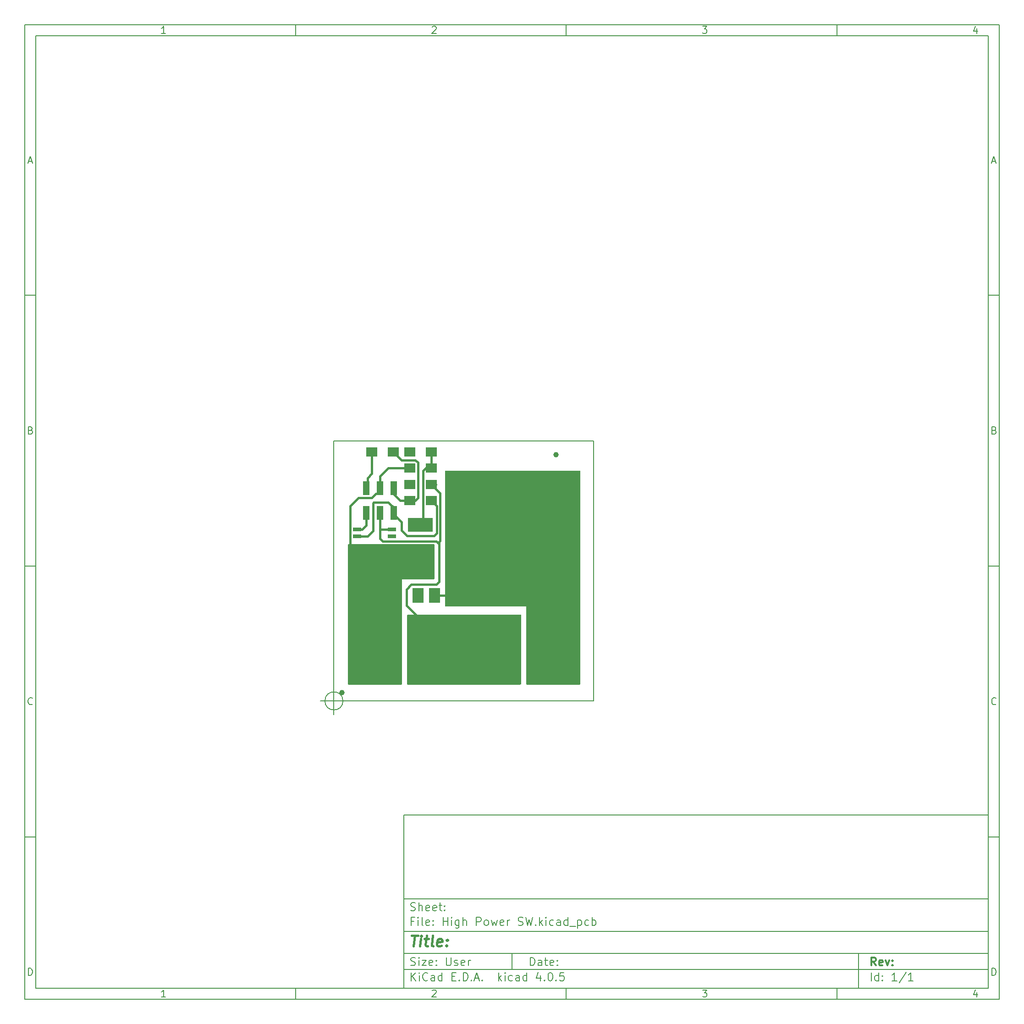
<source format=gbr>
G04 #@! TF.FileFunction,Copper,L1,Top,Signal*
%FSLAX46Y46*%
G04 Gerber Fmt 4.6, Leading zero omitted, Abs format (unit mm)*
G04 Created by KiCad (PCBNEW 4.0.5) date 01/31/17 22:49:22*
%MOMM*%
%LPD*%
G01*
G04 APERTURE LIST*
%ADD10C,0.100000*%
%ADD11C,0.150000*%
%ADD12C,0.300000*%
%ADD13C,0.400000*%
%ADD14R,1.000000X1.000000*%
%ADD15R,9.400000X10.800000*%
%ADD16R,4.600000X2.500000*%
%ADD17R,2.000000X1.700000*%
%ADD18R,5.000000X5.000000*%
%ADD19R,5.000000X4.000000*%
%ADD20C,1.000000*%
%ADD21R,1.500000X0.750000*%
%ADD22R,1.270000X2.540000*%
%ADD23R,2.000000X2.700000*%
%ADD24C,0.600000*%
%ADD25C,0.254000*%
G04 APERTURE END LIST*
D10*
D11*
X79999600Y-155999600D02*
X79999600Y-187999600D01*
X187999600Y-187999600D01*
X187999600Y-155999600D01*
X79999600Y-155999600D01*
D10*
D11*
X10000000Y-10000000D02*
X10000000Y-189999600D01*
X189999600Y-189999600D01*
X189999600Y-10000000D01*
X10000000Y-10000000D01*
D10*
D11*
X12000000Y-12000000D02*
X12000000Y-187999600D01*
X187999600Y-187999600D01*
X187999600Y-12000000D01*
X12000000Y-12000000D01*
D10*
D11*
X60000000Y-12000000D02*
X60000000Y-10000000D01*
D10*
D11*
X110000000Y-12000000D02*
X110000000Y-10000000D01*
D10*
D11*
X160000000Y-12000000D02*
X160000000Y-10000000D01*
D10*
D11*
X35990476Y-11588095D02*
X35247619Y-11588095D01*
X35619048Y-11588095D02*
X35619048Y-10288095D01*
X35495238Y-10473810D01*
X35371429Y-10597619D01*
X35247619Y-10659524D01*
D10*
D11*
X85247619Y-10411905D02*
X85309524Y-10350000D01*
X85433333Y-10288095D01*
X85742857Y-10288095D01*
X85866667Y-10350000D01*
X85928571Y-10411905D01*
X85990476Y-10535714D01*
X85990476Y-10659524D01*
X85928571Y-10845238D01*
X85185714Y-11588095D01*
X85990476Y-11588095D01*
D10*
D11*
X135185714Y-10288095D02*
X135990476Y-10288095D01*
X135557143Y-10783333D01*
X135742857Y-10783333D01*
X135866667Y-10845238D01*
X135928571Y-10907143D01*
X135990476Y-11030952D01*
X135990476Y-11340476D01*
X135928571Y-11464286D01*
X135866667Y-11526190D01*
X135742857Y-11588095D01*
X135371429Y-11588095D01*
X135247619Y-11526190D01*
X135185714Y-11464286D01*
D10*
D11*
X185866667Y-10721429D02*
X185866667Y-11588095D01*
X185557143Y-10226190D02*
X185247619Y-11154762D01*
X186052381Y-11154762D01*
D10*
D11*
X60000000Y-187999600D02*
X60000000Y-189999600D01*
D10*
D11*
X110000000Y-187999600D02*
X110000000Y-189999600D01*
D10*
D11*
X160000000Y-187999600D02*
X160000000Y-189999600D01*
D10*
D11*
X35990476Y-189587695D02*
X35247619Y-189587695D01*
X35619048Y-189587695D02*
X35619048Y-188287695D01*
X35495238Y-188473410D01*
X35371429Y-188597219D01*
X35247619Y-188659124D01*
D10*
D11*
X85247619Y-188411505D02*
X85309524Y-188349600D01*
X85433333Y-188287695D01*
X85742857Y-188287695D01*
X85866667Y-188349600D01*
X85928571Y-188411505D01*
X85990476Y-188535314D01*
X85990476Y-188659124D01*
X85928571Y-188844838D01*
X85185714Y-189587695D01*
X85990476Y-189587695D01*
D10*
D11*
X135185714Y-188287695D02*
X135990476Y-188287695D01*
X135557143Y-188782933D01*
X135742857Y-188782933D01*
X135866667Y-188844838D01*
X135928571Y-188906743D01*
X135990476Y-189030552D01*
X135990476Y-189340076D01*
X135928571Y-189463886D01*
X135866667Y-189525790D01*
X135742857Y-189587695D01*
X135371429Y-189587695D01*
X135247619Y-189525790D01*
X135185714Y-189463886D01*
D10*
D11*
X185866667Y-188721029D02*
X185866667Y-189587695D01*
X185557143Y-188225790D02*
X185247619Y-189154362D01*
X186052381Y-189154362D01*
D10*
D11*
X10000000Y-60000000D02*
X12000000Y-60000000D01*
D10*
D11*
X10000000Y-110000000D02*
X12000000Y-110000000D01*
D10*
D11*
X10000000Y-160000000D02*
X12000000Y-160000000D01*
D10*
D11*
X10690476Y-35216667D02*
X11309524Y-35216667D01*
X10566667Y-35588095D02*
X11000000Y-34288095D01*
X11433333Y-35588095D01*
D10*
D11*
X11092857Y-84907143D02*
X11278571Y-84969048D01*
X11340476Y-85030952D01*
X11402381Y-85154762D01*
X11402381Y-85340476D01*
X11340476Y-85464286D01*
X11278571Y-85526190D01*
X11154762Y-85588095D01*
X10659524Y-85588095D01*
X10659524Y-84288095D01*
X11092857Y-84288095D01*
X11216667Y-84350000D01*
X11278571Y-84411905D01*
X11340476Y-84535714D01*
X11340476Y-84659524D01*
X11278571Y-84783333D01*
X11216667Y-84845238D01*
X11092857Y-84907143D01*
X10659524Y-84907143D01*
D10*
D11*
X11402381Y-135464286D02*
X11340476Y-135526190D01*
X11154762Y-135588095D01*
X11030952Y-135588095D01*
X10845238Y-135526190D01*
X10721429Y-135402381D01*
X10659524Y-135278571D01*
X10597619Y-135030952D01*
X10597619Y-134845238D01*
X10659524Y-134597619D01*
X10721429Y-134473810D01*
X10845238Y-134350000D01*
X11030952Y-134288095D01*
X11154762Y-134288095D01*
X11340476Y-134350000D01*
X11402381Y-134411905D01*
D10*
D11*
X10659524Y-185588095D02*
X10659524Y-184288095D01*
X10969048Y-184288095D01*
X11154762Y-184350000D01*
X11278571Y-184473810D01*
X11340476Y-184597619D01*
X11402381Y-184845238D01*
X11402381Y-185030952D01*
X11340476Y-185278571D01*
X11278571Y-185402381D01*
X11154762Y-185526190D01*
X10969048Y-185588095D01*
X10659524Y-185588095D01*
D10*
D11*
X189999600Y-60000000D02*
X187999600Y-60000000D01*
D10*
D11*
X189999600Y-110000000D02*
X187999600Y-110000000D01*
D10*
D11*
X189999600Y-160000000D02*
X187999600Y-160000000D01*
D10*
D11*
X188690076Y-35216667D02*
X189309124Y-35216667D01*
X188566267Y-35588095D02*
X188999600Y-34288095D01*
X189432933Y-35588095D01*
D10*
D11*
X189092457Y-84907143D02*
X189278171Y-84969048D01*
X189340076Y-85030952D01*
X189401981Y-85154762D01*
X189401981Y-85340476D01*
X189340076Y-85464286D01*
X189278171Y-85526190D01*
X189154362Y-85588095D01*
X188659124Y-85588095D01*
X188659124Y-84288095D01*
X189092457Y-84288095D01*
X189216267Y-84350000D01*
X189278171Y-84411905D01*
X189340076Y-84535714D01*
X189340076Y-84659524D01*
X189278171Y-84783333D01*
X189216267Y-84845238D01*
X189092457Y-84907143D01*
X188659124Y-84907143D01*
D10*
D11*
X189401981Y-135464286D02*
X189340076Y-135526190D01*
X189154362Y-135588095D01*
X189030552Y-135588095D01*
X188844838Y-135526190D01*
X188721029Y-135402381D01*
X188659124Y-135278571D01*
X188597219Y-135030952D01*
X188597219Y-134845238D01*
X188659124Y-134597619D01*
X188721029Y-134473810D01*
X188844838Y-134350000D01*
X189030552Y-134288095D01*
X189154362Y-134288095D01*
X189340076Y-134350000D01*
X189401981Y-134411905D01*
D10*
D11*
X188659124Y-185588095D02*
X188659124Y-184288095D01*
X188968648Y-184288095D01*
X189154362Y-184350000D01*
X189278171Y-184473810D01*
X189340076Y-184597619D01*
X189401981Y-184845238D01*
X189401981Y-185030952D01*
X189340076Y-185278571D01*
X189278171Y-185402381D01*
X189154362Y-185526190D01*
X188968648Y-185588095D01*
X188659124Y-185588095D01*
D10*
D11*
X103356743Y-183778171D02*
X103356743Y-182278171D01*
X103713886Y-182278171D01*
X103928171Y-182349600D01*
X104071029Y-182492457D01*
X104142457Y-182635314D01*
X104213886Y-182921029D01*
X104213886Y-183135314D01*
X104142457Y-183421029D01*
X104071029Y-183563886D01*
X103928171Y-183706743D01*
X103713886Y-183778171D01*
X103356743Y-183778171D01*
X105499600Y-183778171D02*
X105499600Y-182992457D01*
X105428171Y-182849600D01*
X105285314Y-182778171D01*
X104999600Y-182778171D01*
X104856743Y-182849600D01*
X105499600Y-183706743D02*
X105356743Y-183778171D01*
X104999600Y-183778171D01*
X104856743Y-183706743D01*
X104785314Y-183563886D01*
X104785314Y-183421029D01*
X104856743Y-183278171D01*
X104999600Y-183206743D01*
X105356743Y-183206743D01*
X105499600Y-183135314D01*
X105999600Y-182778171D02*
X106571029Y-182778171D01*
X106213886Y-182278171D02*
X106213886Y-183563886D01*
X106285314Y-183706743D01*
X106428172Y-183778171D01*
X106571029Y-183778171D01*
X107642457Y-183706743D02*
X107499600Y-183778171D01*
X107213886Y-183778171D01*
X107071029Y-183706743D01*
X106999600Y-183563886D01*
X106999600Y-182992457D01*
X107071029Y-182849600D01*
X107213886Y-182778171D01*
X107499600Y-182778171D01*
X107642457Y-182849600D01*
X107713886Y-182992457D01*
X107713886Y-183135314D01*
X106999600Y-183278171D01*
X108356743Y-183635314D02*
X108428171Y-183706743D01*
X108356743Y-183778171D01*
X108285314Y-183706743D01*
X108356743Y-183635314D01*
X108356743Y-183778171D01*
X108356743Y-182849600D02*
X108428171Y-182921029D01*
X108356743Y-182992457D01*
X108285314Y-182921029D01*
X108356743Y-182849600D01*
X108356743Y-182992457D01*
D10*
D11*
X79999600Y-184499600D02*
X187999600Y-184499600D01*
D10*
D11*
X81356743Y-186578171D02*
X81356743Y-185078171D01*
X82213886Y-186578171D02*
X81571029Y-185721029D01*
X82213886Y-185078171D02*
X81356743Y-185935314D01*
X82856743Y-186578171D02*
X82856743Y-185578171D01*
X82856743Y-185078171D02*
X82785314Y-185149600D01*
X82856743Y-185221029D01*
X82928171Y-185149600D01*
X82856743Y-185078171D01*
X82856743Y-185221029D01*
X84428172Y-186435314D02*
X84356743Y-186506743D01*
X84142457Y-186578171D01*
X83999600Y-186578171D01*
X83785315Y-186506743D01*
X83642457Y-186363886D01*
X83571029Y-186221029D01*
X83499600Y-185935314D01*
X83499600Y-185721029D01*
X83571029Y-185435314D01*
X83642457Y-185292457D01*
X83785315Y-185149600D01*
X83999600Y-185078171D01*
X84142457Y-185078171D01*
X84356743Y-185149600D01*
X84428172Y-185221029D01*
X85713886Y-186578171D02*
X85713886Y-185792457D01*
X85642457Y-185649600D01*
X85499600Y-185578171D01*
X85213886Y-185578171D01*
X85071029Y-185649600D01*
X85713886Y-186506743D02*
X85571029Y-186578171D01*
X85213886Y-186578171D01*
X85071029Y-186506743D01*
X84999600Y-186363886D01*
X84999600Y-186221029D01*
X85071029Y-186078171D01*
X85213886Y-186006743D01*
X85571029Y-186006743D01*
X85713886Y-185935314D01*
X87071029Y-186578171D02*
X87071029Y-185078171D01*
X87071029Y-186506743D02*
X86928172Y-186578171D01*
X86642458Y-186578171D01*
X86499600Y-186506743D01*
X86428172Y-186435314D01*
X86356743Y-186292457D01*
X86356743Y-185863886D01*
X86428172Y-185721029D01*
X86499600Y-185649600D01*
X86642458Y-185578171D01*
X86928172Y-185578171D01*
X87071029Y-185649600D01*
X88928172Y-185792457D02*
X89428172Y-185792457D01*
X89642458Y-186578171D02*
X88928172Y-186578171D01*
X88928172Y-185078171D01*
X89642458Y-185078171D01*
X90285315Y-186435314D02*
X90356743Y-186506743D01*
X90285315Y-186578171D01*
X90213886Y-186506743D01*
X90285315Y-186435314D01*
X90285315Y-186578171D01*
X90999601Y-186578171D02*
X90999601Y-185078171D01*
X91356744Y-185078171D01*
X91571029Y-185149600D01*
X91713887Y-185292457D01*
X91785315Y-185435314D01*
X91856744Y-185721029D01*
X91856744Y-185935314D01*
X91785315Y-186221029D01*
X91713887Y-186363886D01*
X91571029Y-186506743D01*
X91356744Y-186578171D01*
X90999601Y-186578171D01*
X92499601Y-186435314D02*
X92571029Y-186506743D01*
X92499601Y-186578171D01*
X92428172Y-186506743D01*
X92499601Y-186435314D01*
X92499601Y-186578171D01*
X93142458Y-186149600D02*
X93856744Y-186149600D01*
X92999601Y-186578171D02*
X93499601Y-185078171D01*
X93999601Y-186578171D01*
X94499601Y-186435314D02*
X94571029Y-186506743D01*
X94499601Y-186578171D01*
X94428172Y-186506743D01*
X94499601Y-186435314D01*
X94499601Y-186578171D01*
X97499601Y-186578171D02*
X97499601Y-185078171D01*
X97642458Y-186006743D02*
X98071029Y-186578171D01*
X98071029Y-185578171D02*
X97499601Y-186149600D01*
X98713887Y-186578171D02*
X98713887Y-185578171D01*
X98713887Y-185078171D02*
X98642458Y-185149600D01*
X98713887Y-185221029D01*
X98785315Y-185149600D01*
X98713887Y-185078171D01*
X98713887Y-185221029D01*
X100071030Y-186506743D02*
X99928173Y-186578171D01*
X99642459Y-186578171D01*
X99499601Y-186506743D01*
X99428173Y-186435314D01*
X99356744Y-186292457D01*
X99356744Y-185863886D01*
X99428173Y-185721029D01*
X99499601Y-185649600D01*
X99642459Y-185578171D01*
X99928173Y-185578171D01*
X100071030Y-185649600D01*
X101356744Y-186578171D02*
X101356744Y-185792457D01*
X101285315Y-185649600D01*
X101142458Y-185578171D01*
X100856744Y-185578171D01*
X100713887Y-185649600D01*
X101356744Y-186506743D02*
X101213887Y-186578171D01*
X100856744Y-186578171D01*
X100713887Y-186506743D01*
X100642458Y-186363886D01*
X100642458Y-186221029D01*
X100713887Y-186078171D01*
X100856744Y-186006743D01*
X101213887Y-186006743D01*
X101356744Y-185935314D01*
X102713887Y-186578171D02*
X102713887Y-185078171D01*
X102713887Y-186506743D02*
X102571030Y-186578171D01*
X102285316Y-186578171D01*
X102142458Y-186506743D01*
X102071030Y-186435314D01*
X101999601Y-186292457D01*
X101999601Y-185863886D01*
X102071030Y-185721029D01*
X102142458Y-185649600D01*
X102285316Y-185578171D01*
X102571030Y-185578171D01*
X102713887Y-185649600D01*
X105213887Y-185578171D02*
X105213887Y-186578171D01*
X104856744Y-185006743D02*
X104499601Y-186078171D01*
X105428173Y-186078171D01*
X105999601Y-186435314D02*
X106071029Y-186506743D01*
X105999601Y-186578171D01*
X105928172Y-186506743D01*
X105999601Y-186435314D01*
X105999601Y-186578171D01*
X106999601Y-185078171D02*
X107142458Y-185078171D01*
X107285315Y-185149600D01*
X107356744Y-185221029D01*
X107428173Y-185363886D01*
X107499601Y-185649600D01*
X107499601Y-186006743D01*
X107428173Y-186292457D01*
X107356744Y-186435314D01*
X107285315Y-186506743D01*
X107142458Y-186578171D01*
X106999601Y-186578171D01*
X106856744Y-186506743D01*
X106785315Y-186435314D01*
X106713887Y-186292457D01*
X106642458Y-186006743D01*
X106642458Y-185649600D01*
X106713887Y-185363886D01*
X106785315Y-185221029D01*
X106856744Y-185149600D01*
X106999601Y-185078171D01*
X108142458Y-186435314D02*
X108213886Y-186506743D01*
X108142458Y-186578171D01*
X108071029Y-186506743D01*
X108142458Y-186435314D01*
X108142458Y-186578171D01*
X109571030Y-185078171D02*
X108856744Y-185078171D01*
X108785315Y-185792457D01*
X108856744Y-185721029D01*
X108999601Y-185649600D01*
X109356744Y-185649600D01*
X109499601Y-185721029D01*
X109571030Y-185792457D01*
X109642458Y-185935314D01*
X109642458Y-186292457D01*
X109571030Y-186435314D01*
X109499601Y-186506743D01*
X109356744Y-186578171D01*
X108999601Y-186578171D01*
X108856744Y-186506743D01*
X108785315Y-186435314D01*
D10*
D11*
X79999600Y-181499600D02*
X187999600Y-181499600D01*
D10*
D12*
X167213886Y-183778171D02*
X166713886Y-183063886D01*
X166356743Y-183778171D02*
X166356743Y-182278171D01*
X166928171Y-182278171D01*
X167071029Y-182349600D01*
X167142457Y-182421029D01*
X167213886Y-182563886D01*
X167213886Y-182778171D01*
X167142457Y-182921029D01*
X167071029Y-182992457D01*
X166928171Y-183063886D01*
X166356743Y-183063886D01*
X168428171Y-183706743D02*
X168285314Y-183778171D01*
X167999600Y-183778171D01*
X167856743Y-183706743D01*
X167785314Y-183563886D01*
X167785314Y-182992457D01*
X167856743Y-182849600D01*
X167999600Y-182778171D01*
X168285314Y-182778171D01*
X168428171Y-182849600D01*
X168499600Y-182992457D01*
X168499600Y-183135314D01*
X167785314Y-183278171D01*
X168999600Y-182778171D02*
X169356743Y-183778171D01*
X169713885Y-182778171D01*
X170285314Y-183635314D02*
X170356742Y-183706743D01*
X170285314Y-183778171D01*
X170213885Y-183706743D01*
X170285314Y-183635314D01*
X170285314Y-183778171D01*
X170285314Y-182849600D02*
X170356742Y-182921029D01*
X170285314Y-182992457D01*
X170213885Y-182921029D01*
X170285314Y-182849600D01*
X170285314Y-182992457D01*
D10*
D11*
X81285314Y-183706743D02*
X81499600Y-183778171D01*
X81856743Y-183778171D01*
X81999600Y-183706743D01*
X82071029Y-183635314D01*
X82142457Y-183492457D01*
X82142457Y-183349600D01*
X82071029Y-183206743D01*
X81999600Y-183135314D01*
X81856743Y-183063886D01*
X81571029Y-182992457D01*
X81428171Y-182921029D01*
X81356743Y-182849600D01*
X81285314Y-182706743D01*
X81285314Y-182563886D01*
X81356743Y-182421029D01*
X81428171Y-182349600D01*
X81571029Y-182278171D01*
X81928171Y-182278171D01*
X82142457Y-182349600D01*
X82785314Y-183778171D02*
X82785314Y-182778171D01*
X82785314Y-182278171D02*
X82713885Y-182349600D01*
X82785314Y-182421029D01*
X82856742Y-182349600D01*
X82785314Y-182278171D01*
X82785314Y-182421029D01*
X83356743Y-182778171D02*
X84142457Y-182778171D01*
X83356743Y-183778171D01*
X84142457Y-183778171D01*
X85285314Y-183706743D02*
X85142457Y-183778171D01*
X84856743Y-183778171D01*
X84713886Y-183706743D01*
X84642457Y-183563886D01*
X84642457Y-182992457D01*
X84713886Y-182849600D01*
X84856743Y-182778171D01*
X85142457Y-182778171D01*
X85285314Y-182849600D01*
X85356743Y-182992457D01*
X85356743Y-183135314D01*
X84642457Y-183278171D01*
X85999600Y-183635314D02*
X86071028Y-183706743D01*
X85999600Y-183778171D01*
X85928171Y-183706743D01*
X85999600Y-183635314D01*
X85999600Y-183778171D01*
X85999600Y-182849600D02*
X86071028Y-182921029D01*
X85999600Y-182992457D01*
X85928171Y-182921029D01*
X85999600Y-182849600D01*
X85999600Y-182992457D01*
X87856743Y-182278171D02*
X87856743Y-183492457D01*
X87928171Y-183635314D01*
X87999600Y-183706743D01*
X88142457Y-183778171D01*
X88428171Y-183778171D01*
X88571029Y-183706743D01*
X88642457Y-183635314D01*
X88713886Y-183492457D01*
X88713886Y-182278171D01*
X89356743Y-183706743D02*
X89499600Y-183778171D01*
X89785315Y-183778171D01*
X89928172Y-183706743D01*
X89999600Y-183563886D01*
X89999600Y-183492457D01*
X89928172Y-183349600D01*
X89785315Y-183278171D01*
X89571029Y-183278171D01*
X89428172Y-183206743D01*
X89356743Y-183063886D01*
X89356743Y-182992457D01*
X89428172Y-182849600D01*
X89571029Y-182778171D01*
X89785315Y-182778171D01*
X89928172Y-182849600D01*
X91213886Y-183706743D02*
X91071029Y-183778171D01*
X90785315Y-183778171D01*
X90642458Y-183706743D01*
X90571029Y-183563886D01*
X90571029Y-182992457D01*
X90642458Y-182849600D01*
X90785315Y-182778171D01*
X91071029Y-182778171D01*
X91213886Y-182849600D01*
X91285315Y-182992457D01*
X91285315Y-183135314D01*
X90571029Y-183278171D01*
X91928172Y-183778171D02*
X91928172Y-182778171D01*
X91928172Y-183063886D02*
X91999600Y-182921029D01*
X92071029Y-182849600D01*
X92213886Y-182778171D01*
X92356743Y-182778171D01*
D10*
D11*
X166356743Y-186578171D02*
X166356743Y-185078171D01*
X167713886Y-186578171D02*
X167713886Y-185078171D01*
X167713886Y-186506743D02*
X167571029Y-186578171D01*
X167285315Y-186578171D01*
X167142457Y-186506743D01*
X167071029Y-186435314D01*
X166999600Y-186292457D01*
X166999600Y-185863886D01*
X167071029Y-185721029D01*
X167142457Y-185649600D01*
X167285315Y-185578171D01*
X167571029Y-185578171D01*
X167713886Y-185649600D01*
X168428172Y-186435314D02*
X168499600Y-186506743D01*
X168428172Y-186578171D01*
X168356743Y-186506743D01*
X168428172Y-186435314D01*
X168428172Y-186578171D01*
X168428172Y-185649600D02*
X168499600Y-185721029D01*
X168428172Y-185792457D01*
X168356743Y-185721029D01*
X168428172Y-185649600D01*
X168428172Y-185792457D01*
X171071029Y-186578171D02*
X170213886Y-186578171D01*
X170642458Y-186578171D02*
X170642458Y-185078171D01*
X170499601Y-185292457D01*
X170356743Y-185435314D01*
X170213886Y-185506743D01*
X172785314Y-185006743D02*
X171499600Y-186935314D01*
X174071029Y-186578171D02*
X173213886Y-186578171D01*
X173642458Y-186578171D02*
X173642458Y-185078171D01*
X173499601Y-185292457D01*
X173356743Y-185435314D01*
X173213886Y-185506743D01*
D10*
D11*
X79999600Y-177499600D02*
X187999600Y-177499600D01*
D10*
D13*
X81451981Y-178204362D02*
X82594838Y-178204362D01*
X81773410Y-180204362D02*
X82023410Y-178204362D01*
X83011505Y-180204362D02*
X83178171Y-178871029D01*
X83261505Y-178204362D02*
X83154362Y-178299600D01*
X83237695Y-178394838D01*
X83344839Y-178299600D01*
X83261505Y-178204362D01*
X83237695Y-178394838D01*
X83844838Y-178871029D02*
X84606743Y-178871029D01*
X84213886Y-178204362D02*
X83999600Y-179918648D01*
X84071030Y-180109124D01*
X84249601Y-180204362D01*
X84440077Y-180204362D01*
X85392458Y-180204362D02*
X85213887Y-180109124D01*
X85142457Y-179918648D01*
X85356743Y-178204362D01*
X86928172Y-180109124D02*
X86725791Y-180204362D01*
X86344839Y-180204362D01*
X86166267Y-180109124D01*
X86094838Y-179918648D01*
X86190076Y-179156743D01*
X86309124Y-178966267D01*
X86511505Y-178871029D01*
X86892457Y-178871029D01*
X87071029Y-178966267D01*
X87142457Y-179156743D01*
X87118648Y-179347219D01*
X86142457Y-179537695D01*
X87892457Y-180013886D02*
X87975792Y-180109124D01*
X87868648Y-180204362D01*
X87785315Y-180109124D01*
X87892457Y-180013886D01*
X87868648Y-180204362D01*
X88023410Y-178966267D02*
X88106744Y-179061505D01*
X87999600Y-179156743D01*
X87916267Y-179061505D01*
X88023410Y-178966267D01*
X87999600Y-179156743D01*
D10*
D11*
X81856743Y-175592457D02*
X81356743Y-175592457D01*
X81356743Y-176378171D02*
X81356743Y-174878171D01*
X82071029Y-174878171D01*
X82642457Y-176378171D02*
X82642457Y-175378171D01*
X82642457Y-174878171D02*
X82571028Y-174949600D01*
X82642457Y-175021029D01*
X82713885Y-174949600D01*
X82642457Y-174878171D01*
X82642457Y-175021029D01*
X83571029Y-176378171D02*
X83428171Y-176306743D01*
X83356743Y-176163886D01*
X83356743Y-174878171D01*
X84713885Y-176306743D02*
X84571028Y-176378171D01*
X84285314Y-176378171D01*
X84142457Y-176306743D01*
X84071028Y-176163886D01*
X84071028Y-175592457D01*
X84142457Y-175449600D01*
X84285314Y-175378171D01*
X84571028Y-175378171D01*
X84713885Y-175449600D01*
X84785314Y-175592457D01*
X84785314Y-175735314D01*
X84071028Y-175878171D01*
X85428171Y-176235314D02*
X85499599Y-176306743D01*
X85428171Y-176378171D01*
X85356742Y-176306743D01*
X85428171Y-176235314D01*
X85428171Y-176378171D01*
X85428171Y-175449600D02*
X85499599Y-175521029D01*
X85428171Y-175592457D01*
X85356742Y-175521029D01*
X85428171Y-175449600D01*
X85428171Y-175592457D01*
X87285314Y-176378171D02*
X87285314Y-174878171D01*
X87285314Y-175592457D02*
X88142457Y-175592457D01*
X88142457Y-176378171D02*
X88142457Y-174878171D01*
X88856743Y-176378171D02*
X88856743Y-175378171D01*
X88856743Y-174878171D02*
X88785314Y-174949600D01*
X88856743Y-175021029D01*
X88928171Y-174949600D01*
X88856743Y-174878171D01*
X88856743Y-175021029D01*
X90213886Y-175378171D02*
X90213886Y-176592457D01*
X90142457Y-176735314D01*
X90071029Y-176806743D01*
X89928172Y-176878171D01*
X89713886Y-176878171D01*
X89571029Y-176806743D01*
X90213886Y-176306743D02*
X90071029Y-176378171D01*
X89785315Y-176378171D01*
X89642457Y-176306743D01*
X89571029Y-176235314D01*
X89499600Y-176092457D01*
X89499600Y-175663886D01*
X89571029Y-175521029D01*
X89642457Y-175449600D01*
X89785315Y-175378171D01*
X90071029Y-175378171D01*
X90213886Y-175449600D01*
X90928172Y-176378171D02*
X90928172Y-174878171D01*
X91571029Y-176378171D02*
X91571029Y-175592457D01*
X91499600Y-175449600D01*
X91356743Y-175378171D01*
X91142458Y-175378171D01*
X90999600Y-175449600D01*
X90928172Y-175521029D01*
X93428172Y-176378171D02*
X93428172Y-174878171D01*
X93999600Y-174878171D01*
X94142458Y-174949600D01*
X94213886Y-175021029D01*
X94285315Y-175163886D01*
X94285315Y-175378171D01*
X94213886Y-175521029D01*
X94142458Y-175592457D01*
X93999600Y-175663886D01*
X93428172Y-175663886D01*
X95142458Y-176378171D02*
X94999600Y-176306743D01*
X94928172Y-176235314D01*
X94856743Y-176092457D01*
X94856743Y-175663886D01*
X94928172Y-175521029D01*
X94999600Y-175449600D01*
X95142458Y-175378171D01*
X95356743Y-175378171D01*
X95499600Y-175449600D01*
X95571029Y-175521029D01*
X95642458Y-175663886D01*
X95642458Y-176092457D01*
X95571029Y-176235314D01*
X95499600Y-176306743D01*
X95356743Y-176378171D01*
X95142458Y-176378171D01*
X96142458Y-175378171D02*
X96428172Y-176378171D01*
X96713886Y-175663886D01*
X96999601Y-176378171D01*
X97285315Y-175378171D01*
X98428172Y-176306743D02*
X98285315Y-176378171D01*
X97999601Y-176378171D01*
X97856744Y-176306743D01*
X97785315Y-176163886D01*
X97785315Y-175592457D01*
X97856744Y-175449600D01*
X97999601Y-175378171D01*
X98285315Y-175378171D01*
X98428172Y-175449600D01*
X98499601Y-175592457D01*
X98499601Y-175735314D01*
X97785315Y-175878171D01*
X99142458Y-176378171D02*
X99142458Y-175378171D01*
X99142458Y-175663886D02*
X99213886Y-175521029D01*
X99285315Y-175449600D01*
X99428172Y-175378171D01*
X99571029Y-175378171D01*
X101142457Y-176306743D02*
X101356743Y-176378171D01*
X101713886Y-176378171D01*
X101856743Y-176306743D01*
X101928172Y-176235314D01*
X101999600Y-176092457D01*
X101999600Y-175949600D01*
X101928172Y-175806743D01*
X101856743Y-175735314D01*
X101713886Y-175663886D01*
X101428172Y-175592457D01*
X101285314Y-175521029D01*
X101213886Y-175449600D01*
X101142457Y-175306743D01*
X101142457Y-175163886D01*
X101213886Y-175021029D01*
X101285314Y-174949600D01*
X101428172Y-174878171D01*
X101785314Y-174878171D01*
X101999600Y-174949600D01*
X102499600Y-174878171D02*
X102856743Y-176378171D01*
X103142457Y-175306743D01*
X103428171Y-176378171D01*
X103785314Y-174878171D01*
X104356743Y-176235314D02*
X104428171Y-176306743D01*
X104356743Y-176378171D01*
X104285314Y-176306743D01*
X104356743Y-176235314D01*
X104356743Y-176378171D01*
X105071029Y-176378171D02*
X105071029Y-174878171D01*
X105213886Y-175806743D02*
X105642457Y-176378171D01*
X105642457Y-175378171D02*
X105071029Y-175949600D01*
X106285315Y-176378171D02*
X106285315Y-175378171D01*
X106285315Y-174878171D02*
X106213886Y-174949600D01*
X106285315Y-175021029D01*
X106356743Y-174949600D01*
X106285315Y-174878171D01*
X106285315Y-175021029D01*
X107642458Y-176306743D02*
X107499601Y-176378171D01*
X107213887Y-176378171D01*
X107071029Y-176306743D01*
X106999601Y-176235314D01*
X106928172Y-176092457D01*
X106928172Y-175663886D01*
X106999601Y-175521029D01*
X107071029Y-175449600D01*
X107213887Y-175378171D01*
X107499601Y-175378171D01*
X107642458Y-175449600D01*
X108928172Y-176378171D02*
X108928172Y-175592457D01*
X108856743Y-175449600D01*
X108713886Y-175378171D01*
X108428172Y-175378171D01*
X108285315Y-175449600D01*
X108928172Y-176306743D02*
X108785315Y-176378171D01*
X108428172Y-176378171D01*
X108285315Y-176306743D01*
X108213886Y-176163886D01*
X108213886Y-176021029D01*
X108285315Y-175878171D01*
X108428172Y-175806743D01*
X108785315Y-175806743D01*
X108928172Y-175735314D01*
X110285315Y-176378171D02*
X110285315Y-174878171D01*
X110285315Y-176306743D02*
X110142458Y-176378171D01*
X109856744Y-176378171D01*
X109713886Y-176306743D01*
X109642458Y-176235314D01*
X109571029Y-176092457D01*
X109571029Y-175663886D01*
X109642458Y-175521029D01*
X109713886Y-175449600D01*
X109856744Y-175378171D01*
X110142458Y-175378171D01*
X110285315Y-175449600D01*
X110642458Y-176521029D02*
X111785315Y-176521029D01*
X112142458Y-175378171D02*
X112142458Y-176878171D01*
X112142458Y-175449600D02*
X112285315Y-175378171D01*
X112571029Y-175378171D01*
X112713886Y-175449600D01*
X112785315Y-175521029D01*
X112856744Y-175663886D01*
X112856744Y-176092457D01*
X112785315Y-176235314D01*
X112713886Y-176306743D01*
X112571029Y-176378171D01*
X112285315Y-176378171D01*
X112142458Y-176306743D01*
X114142458Y-176306743D02*
X113999601Y-176378171D01*
X113713887Y-176378171D01*
X113571029Y-176306743D01*
X113499601Y-176235314D01*
X113428172Y-176092457D01*
X113428172Y-175663886D01*
X113499601Y-175521029D01*
X113571029Y-175449600D01*
X113713887Y-175378171D01*
X113999601Y-175378171D01*
X114142458Y-175449600D01*
X114785315Y-176378171D02*
X114785315Y-174878171D01*
X114785315Y-175449600D02*
X114928172Y-175378171D01*
X115213886Y-175378171D01*
X115356743Y-175449600D01*
X115428172Y-175521029D01*
X115499601Y-175663886D01*
X115499601Y-176092457D01*
X115428172Y-176235314D01*
X115356743Y-176306743D01*
X115213886Y-176378171D01*
X114928172Y-176378171D01*
X114785315Y-176306743D01*
D10*
D11*
X79999600Y-171499600D02*
X187999600Y-171499600D01*
D10*
D11*
X81285314Y-173606743D02*
X81499600Y-173678171D01*
X81856743Y-173678171D01*
X81999600Y-173606743D01*
X82071029Y-173535314D01*
X82142457Y-173392457D01*
X82142457Y-173249600D01*
X82071029Y-173106743D01*
X81999600Y-173035314D01*
X81856743Y-172963886D01*
X81571029Y-172892457D01*
X81428171Y-172821029D01*
X81356743Y-172749600D01*
X81285314Y-172606743D01*
X81285314Y-172463886D01*
X81356743Y-172321029D01*
X81428171Y-172249600D01*
X81571029Y-172178171D01*
X81928171Y-172178171D01*
X82142457Y-172249600D01*
X82785314Y-173678171D02*
X82785314Y-172178171D01*
X83428171Y-173678171D02*
X83428171Y-172892457D01*
X83356742Y-172749600D01*
X83213885Y-172678171D01*
X82999600Y-172678171D01*
X82856742Y-172749600D01*
X82785314Y-172821029D01*
X84713885Y-173606743D02*
X84571028Y-173678171D01*
X84285314Y-173678171D01*
X84142457Y-173606743D01*
X84071028Y-173463886D01*
X84071028Y-172892457D01*
X84142457Y-172749600D01*
X84285314Y-172678171D01*
X84571028Y-172678171D01*
X84713885Y-172749600D01*
X84785314Y-172892457D01*
X84785314Y-173035314D01*
X84071028Y-173178171D01*
X85999599Y-173606743D02*
X85856742Y-173678171D01*
X85571028Y-173678171D01*
X85428171Y-173606743D01*
X85356742Y-173463886D01*
X85356742Y-172892457D01*
X85428171Y-172749600D01*
X85571028Y-172678171D01*
X85856742Y-172678171D01*
X85999599Y-172749600D01*
X86071028Y-172892457D01*
X86071028Y-173035314D01*
X85356742Y-173178171D01*
X86499599Y-172678171D02*
X87071028Y-172678171D01*
X86713885Y-172178171D02*
X86713885Y-173463886D01*
X86785313Y-173606743D01*
X86928171Y-173678171D01*
X87071028Y-173678171D01*
X87571028Y-173535314D02*
X87642456Y-173606743D01*
X87571028Y-173678171D01*
X87499599Y-173606743D01*
X87571028Y-173535314D01*
X87571028Y-173678171D01*
X87571028Y-172749600D02*
X87642456Y-172821029D01*
X87571028Y-172892457D01*
X87499599Y-172821029D01*
X87571028Y-172749600D01*
X87571028Y-172892457D01*
D10*
D11*
X99999600Y-181499600D02*
X99999600Y-184499600D01*
D10*
D11*
X163999600Y-181499600D02*
X163999600Y-187999600D01*
X68766666Y-134900000D02*
G75*
G03X68766666Y-134900000I-1666666J0D01*
G01*
X64600000Y-134900000D02*
X69600000Y-134900000D01*
X67100000Y-132400000D02*
X67100000Y-137400000D01*
X115100000Y-134900000D02*
X67100000Y-134900000D01*
X115100000Y-86900000D02*
X115100000Y-134900000D01*
X113100000Y-86900000D02*
X115100000Y-86900000D01*
X67100000Y-86900000D02*
X113100000Y-86900000D01*
X67100000Y-134900000D02*
X67100000Y-86900000D01*
X68766666Y-134900000D02*
G75*
G03X68766666Y-134900000I-1666666J0D01*
G01*
X64600000Y-134900000D02*
X69600000Y-134900000D01*
X67100000Y-132400000D02*
X67100000Y-137400000D01*
D14*
X108100000Y-115900000D03*
X108100000Y-114900000D03*
X108100000Y-112900000D03*
X108100000Y-113900000D03*
X108100000Y-109900000D03*
X108100000Y-108900000D03*
X108100000Y-110900000D03*
X108100000Y-111900000D03*
X108100000Y-106900000D03*
X108100000Y-107900000D03*
X108100000Y-97900000D03*
X108100000Y-96900000D03*
X108100000Y-101900000D03*
X108100000Y-100900000D03*
X108100000Y-98900000D03*
X108100000Y-99900000D03*
X108100000Y-103900000D03*
X108100000Y-102900000D03*
X108100000Y-104900000D03*
X108100000Y-105900000D03*
X108100000Y-94900000D03*
X108100000Y-93900000D03*
X108100000Y-95900000D03*
X108100000Y-116900000D03*
X108100000Y-92900000D03*
X109100000Y-92900000D03*
X109100000Y-116900000D03*
X109100000Y-95900000D03*
X109100000Y-93900000D03*
X109100000Y-94900000D03*
X109100000Y-105900000D03*
X109100000Y-104900000D03*
X109100000Y-102900000D03*
X109100000Y-103900000D03*
X109100000Y-99900000D03*
X109100000Y-98900000D03*
X109100000Y-100900000D03*
X109100000Y-101900000D03*
X109100000Y-96900000D03*
X109100000Y-97900000D03*
X109100000Y-107900000D03*
X109100000Y-106900000D03*
X109100000Y-111900000D03*
X109100000Y-110900000D03*
X109100000Y-108900000D03*
X109100000Y-109900000D03*
X109100000Y-113900000D03*
X109100000Y-112900000D03*
X109100000Y-114900000D03*
X109100000Y-115900000D03*
X111100000Y-115900000D03*
X111100000Y-114900000D03*
X111100000Y-112900000D03*
X111100000Y-113900000D03*
X111100000Y-109900000D03*
X111100000Y-108900000D03*
X111100000Y-110900000D03*
X111100000Y-111900000D03*
X111100000Y-106900000D03*
X111100000Y-107900000D03*
X111100000Y-97900000D03*
X111100000Y-96900000D03*
X111100000Y-101900000D03*
X111100000Y-100900000D03*
X111100000Y-98900000D03*
X111100000Y-99900000D03*
X111100000Y-103900000D03*
X111100000Y-102900000D03*
X111100000Y-104900000D03*
X111100000Y-105900000D03*
X111100000Y-94900000D03*
X111100000Y-93900000D03*
X111100000Y-95900000D03*
X111100000Y-116900000D03*
X111100000Y-92900000D03*
X110100000Y-92900000D03*
X110100000Y-116900000D03*
X110100000Y-95900000D03*
X110100000Y-93900000D03*
X110100000Y-94900000D03*
X110100000Y-105900000D03*
X110100000Y-104900000D03*
X110100000Y-102900000D03*
X110100000Y-103900000D03*
X110100000Y-99900000D03*
X110100000Y-98900000D03*
X110100000Y-100900000D03*
X110100000Y-101900000D03*
X110100000Y-96900000D03*
X110100000Y-97900000D03*
X110100000Y-107900000D03*
X110100000Y-106900000D03*
X110100000Y-111900000D03*
X110100000Y-110900000D03*
X110100000Y-108900000D03*
X110100000Y-109900000D03*
X110100000Y-113900000D03*
X110100000Y-112900000D03*
X110100000Y-114900000D03*
X110100000Y-115900000D03*
X112100000Y-92900000D03*
X112100000Y-116900000D03*
X112100000Y-95900000D03*
X112100000Y-93900000D03*
X112100000Y-94900000D03*
X112100000Y-105900000D03*
X112100000Y-104900000D03*
X112100000Y-102900000D03*
X112100000Y-103900000D03*
X112100000Y-99900000D03*
X112100000Y-98900000D03*
X112100000Y-100900000D03*
X112100000Y-101900000D03*
X112100000Y-96900000D03*
X112100000Y-97900000D03*
X112100000Y-107900000D03*
X112100000Y-106900000D03*
X112100000Y-111900000D03*
X112100000Y-110900000D03*
X112100000Y-108900000D03*
X112100000Y-109900000D03*
X112100000Y-113900000D03*
X112100000Y-112900000D03*
X112100000Y-114900000D03*
X112100000Y-115900000D03*
X98100000Y-115900000D03*
X98100000Y-114900000D03*
X98100000Y-112900000D03*
X98100000Y-113900000D03*
X98100000Y-109900000D03*
X98100000Y-108900000D03*
X98100000Y-110900000D03*
X98100000Y-111900000D03*
X98100000Y-106900000D03*
X98100000Y-107900000D03*
X98100000Y-97900000D03*
X98100000Y-96900000D03*
X98100000Y-101900000D03*
X98100000Y-100900000D03*
X98100000Y-98900000D03*
X98100000Y-99900000D03*
X98100000Y-103900000D03*
X98100000Y-102900000D03*
X98100000Y-104900000D03*
X98100000Y-105900000D03*
X98100000Y-94900000D03*
X98100000Y-93900000D03*
X98100000Y-95900000D03*
X98100000Y-116900000D03*
X98100000Y-92900000D03*
X99100000Y-92900000D03*
X99100000Y-116900000D03*
X99100000Y-95900000D03*
X99100000Y-93900000D03*
X99100000Y-94900000D03*
X99100000Y-105900000D03*
X99100000Y-104900000D03*
X99100000Y-102900000D03*
X99100000Y-103900000D03*
X99100000Y-99900000D03*
X99100000Y-98900000D03*
X99100000Y-100900000D03*
X99100000Y-101900000D03*
X99100000Y-96900000D03*
X99100000Y-97900000D03*
X99100000Y-107900000D03*
X99100000Y-106900000D03*
X99100000Y-111900000D03*
X99100000Y-110900000D03*
X99100000Y-108900000D03*
X99100000Y-109900000D03*
X99100000Y-113900000D03*
X99100000Y-112900000D03*
X99100000Y-114900000D03*
X99100000Y-115900000D03*
X101100000Y-115900000D03*
X101100000Y-114900000D03*
X101100000Y-112900000D03*
X101100000Y-113900000D03*
X101100000Y-109900000D03*
X101100000Y-108900000D03*
X101100000Y-110900000D03*
X101100000Y-111900000D03*
X101100000Y-106900000D03*
X101100000Y-107900000D03*
X101100000Y-97900000D03*
X101100000Y-96900000D03*
X101100000Y-101900000D03*
X101100000Y-100900000D03*
X101100000Y-98900000D03*
X101100000Y-99900000D03*
X101100000Y-103900000D03*
X101100000Y-102900000D03*
X101100000Y-104900000D03*
X101100000Y-105900000D03*
X101100000Y-94900000D03*
X101100000Y-93900000D03*
X101100000Y-95900000D03*
X101100000Y-116900000D03*
X101100000Y-92900000D03*
X100100000Y-92900000D03*
X100100000Y-116900000D03*
X100100000Y-95900000D03*
X100100000Y-93900000D03*
X100100000Y-94900000D03*
X100100000Y-105900000D03*
X100100000Y-104900000D03*
X100100000Y-102900000D03*
X100100000Y-103900000D03*
X100100000Y-99900000D03*
X100100000Y-98900000D03*
X100100000Y-100900000D03*
X100100000Y-101900000D03*
X100100000Y-96900000D03*
X100100000Y-97900000D03*
X100100000Y-107900000D03*
X100100000Y-106900000D03*
X100100000Y-111900000D03*
X100100000Y-110900000D03*
X100100000Y-108900000D03*
X100100000Y-109900000D03*
X100100000Y-113900000D03*
X100100000Y-112900000D03*
X100100000Y-114900000D03*
X100100000Y-115900000D03*
X102100000Y-92900000D03*
X102100000Y-116900000D03*
X102100000Y-95900000D03*
X102100000Y-93900000D03*
X102100000Y-94900000D03*
X102100000Y-105900000D03*
X102100000Y-104900000D03*
X102100000Y-102900000D03*
X102100000Y-103900000D03*
X102100000Y-99900000D03*
X102100000Y-98900000D03*
X102100000Y-100900000D03*
X102100000Y-101900000D03*
X102100000Y-96900000D03*
X102100000Y-97900000D03*
X102100000Y-107900000D03*
X102100000Y-106900000D03*
X102100000Y-111900000D03*
X102100000Y-110900000D03*
X102100000Y-108900000D03*
X102100000Y-109900000D03*
X102100000Y-113900000D03*
X102100000Y-112900000D03*
X102100000Y-114900000D03*
X102100000Y-115900000D03*
X107100000Y-115900000D03*
X107100000Y-114900000D03*
X107100000Y-112900000D03*
X107100000Y-113900000D03*
X107100000Y-109900000D03*
X107100000Y-108900000D03*
X107100000Y-110900000D03*
X107100000Y-111900000D03*
X107100000Y-106900000D03*
X107100000Y-107900000D03*
X107100000Y-97900000D03*
X107100000Y-96900000D03*
X107100000Y-101900000D03*
X107100000Y-100900000D03*
X107100000Y-98900000D03*
X107100000Y-99900000D03*
X107100000Y-103900000D03*
X107100000Y-102900000D03*
X107100000Y-104900000D03*
X107100000Y-105900000D03*
X107100000Y-94900000D03*
X107100000Y-93900000D03*
X107100000Y-95900000D03*
X107100000Y-116900000D03*
X107100000Y-92900000D03*
X105100000Y-115900000D03*
X105100000Y-114900000D03*
X105100000Y-112900000D03*
X105100000Y-113900000D03*
X105100000Y-109900000D03*
X105100000Y-108900000D03*
X105100000Y-110900000D03*
X105100000Y-111900000D03*
X105100000Y-106900000D03*
X105100000Y-107900000D03*
X105100000Y-97900000D03*
X105100000Y-96900000D03*
X105100000Y-101900000D03*
X105100000Y-100900000D03*
X105100000Y-98900000D03*
X105100000Y-99900000D03*
X105100000Y-103900000D03*
X105100000Y-102900000D03*
X105100000Y-104900000D03*
X105100000Y-105900000D03*
X105100000Y-94900000D03*
X105100000Y-93900000D03*
X105100000Y-95900000D03*
X105100000Y-116900000D03*
X105100000Y-92900000D03*
X106100000Y-92900000D03*
X106100000Y-116900000D03*
X106100000Y-95900000D03*
X106100000Y-93900000D03*
X106100000Y-94900000D03*
X106100000Y-105900000D03*
X106100000Y-104900000D03*
X106100000Y-102900000D03*
X106100000Y-103900000D03*
X106100000Y-99900000D03*
X106100000Y-98900000D03*
X106100000Y-100900000D03*
X106100000Y-101900000D03*
X106100000Y-96900000D03*
X106100000Y-97900000D03*
X106100000Y-107900000D03*
X106100000Y-106900000D03*
X106100000Y-111900000D03*
X106100000Y-110900000D03*
X106100000Y-108900000D03*
X106100000Y-109900000D03*
X106100000Y-113900000D03*
X106100000Y-112900000D03*
X106100000Y-114900000D03*
X106100000Y-115900000D03*
X104100000Y-115900000D03*
X104100000Y-114900000D03*
X104100000Y-112900000D03*
X104100000Y-113900000D03*
X104100000Y-109900000D03*
X104100000Y-108900000D03*
X104100000Y-110900000D03*
X104100000Y-111900000D03*
X104100000Y-106900000D03*
X104100000Y-107900000D03*
X104100000Y-97900000D03*
X104100000Y-96900000D03*
X104100000Y-101900000D03*
X104100000Y-100900000D03*
X104100000Y-98900000D03*
X104100000Y-99900000D03*
X104100000Y-103900000D03*
X104100000Y-102900000D03*
X104100000Y-104900000D03*
X104100000Y-105900000D03*
X104100000Y-94900000D03*
X104100000Y-93900000D03*
X104100000Y-95900000D03*
X104100000Y-116900000D03*
X104100000Y-92900000D03*
X103100000Y-92900000D03*
X103100000Y-116900000D03*
X103100000Y-95900000D03*
X103100000Y-93900000D03*
X103100000Y-94900000D03*
X103100000Y-105900000D03*
X103100000Y-104900000D03*
X103100000Y-102900000D03*
X103100000Y-103900000D03*
X103100000Y-99900000D03*
X103100000Y-98900000D03*
X103100000Y-100900000D03*
X103100000Y-101900000D03*
X103100000Y-96900000D03*
X103100000Y-97900000D03*
X103100000Y-107900000D03*
X103100000Y-106900000D03*
X103100000Y-111900000D03*
X103100000Y-110900000D03*
X103100000Y-108900000D03*
X103100000Y-109900000D03*
X103100000Y-113900000D03*
X103100000Y-112900000D03*
X103100000Y-114900000D03*
X103100000Y-115900000D03*
X93100000Y-115900000D03*
X93100000Y-114900000D03*
X93100000Y-112900000D03*
X93100000Y-113900000D03*
X93100000Y-109900000D03*
X93100000Y-108900000D03*
X93100000Y-110900000D03*
X93100000Y-111900000D03*
X93100000Y-106900000D03*
X93100000Y-107900000D03*
X93100000Y-97900000D03*
X93100000Y-96900000D03*
X93100000Y-101900000D03*
X93100000Y-100900000D03*
X93100000Y-98900000D03*
X93100000Y-99900000D03*
X93100000Y-103900000D03*
X93100000Y-102900000D03*
X93100000Y-104900000D03*
X93100000Y-105900000D03*
X93100000Y-94900000D03*
X93100000Y-93900000D03*
X93100000Y-95900000D03*
X93100000Y-116900000D03*
X93100000Y-92900000D03*
X94100000Y-92900000D03*
X94100000Y-116900000D03*
X94100000Y-95900000D03*
X94100000Y-93900000D03*
X94100000Y-94900000D03*
X94100000Y-105900000D03*
X94100000Y-104900000D03*
X94100000Y-102900000D03*
X94100000Y-103900000D03*
X94100000Y-99900000D03*
X94100000Y-98900000D03*
X94100000Y-100900000D03*
X94100000Y-101900000D03*
X94100000Y-96900000D03*
X94100000Y-97900000D03*
X94100000Y-107900000D03*
X94100000Y-106900000D03*
X94100000Y-111900000D03*
X94100000Y-110900000D03*
X94100000Y-108900000D03*
X94100000Y-109900000D03*
X94100000Y-113900000D03*
X94100000Y-112900000D03*
X94100000Y-114900000D03*
X94100000Y-115900000D03*
X96100000Y-115900000D03*
X96100000Y-114900000D03*
X96100000Y-112900000D03*
X96100000Y-113900000D03*
X96100000Y-109900000D03*
X96100000Y-108900000D03*
X96100000Y-110900000D03*
X96100000Y-111900000D03*
X96100000Y-106900000D03*
X96100000Y-107900000D03*
X96100000Y-97900000D03*
X96100000Y-96900000D03*
X96100000Y-101900000D03*
X96100000Y-100900000D03*
X96100000Y-98900000D03*
X96100000Y-99900000D03*
X96100000Y-103900000D03*
X96100000Y-102900000D03*
X96100000Y-104900000D03*
X96100000Y-105900000D03*
X96100000Y-94900000D03*
X96100000Y-93900000D03*
X96100000Y-95900000D03*
X96100000Y-116900000D03*
X96100000Y-92900000D03*
X95100000Y-92900000D03*
X95100000Y-116900000D03*
X95100000Y-95900000D03*
X95100000Y-93900000D03*
X95100000Y-94900000D03*
X95100000Y-105900000D03*
X95100000Y-104900000D03*
X95100000Y-102900000D03*
X95100000Y-103900000D03*
X95100000Y-99900000D03*
X95100000Y-98900000D03*
X95100000Y-100900000D03*
X95100000Y-101900000D03*
X95100000Y-96900000D03*
X95100000Y-97900000D03*
X95100000Y-107900000D03*
X95100000Y-106900000D03*
X95100000Y-111900000D03*
X95100000Y-110900000D03*
X95100000Y-108900000D03*
X95100000Y-109900000D03*
X95100000Y-113900000D03*
X95100000Y-112900000D03*
X95100000Y-114900000D03*
X95100000Y-115900000D03*
X97100000Y-92900000D03*
X97100000Y-116900000D03*
X97100000Y-95900000D03*
X97100000Y-93900000D03*
X97100000Y-94900000D03*
X97100000Y-105900000D03*
X97100000Y-104900000D03*
X97100000Y-102900000D03*
X97100000Y-103900000D03*
X97100000Y-99900000D03*
X97100000Y-98900000D03*
X97100000Y-100900000D03*
X97100000Y-101900000D03*
X97100000Y-96900000D03*
X97100000Y-97900000D03*
X97100000Y-107900000D03*
X97100000Y-106900000D03*
X97100000Y-111900000D03*
X97100000Y-110900000D03*
X97100000Y-108900000D03*
X97100000Y-109900000D03*
X97100000Y-113900000D03*
X97100000Y-112900000D03*
X97100000Y-114900000D03*
X97100000Y-115900000D03*
X92100000Y-115900000D03*
X92100000Y-114900000D03*
X92100000Y-112900000D03*
X92100000Y-113900000D03*
X92100000Y-109900000D03*
X92100000Y-108900000D03*
X92100000Y-110900000D03*
X92100000Y-111900000D03*
X92100000Y-106900000D03*
X92100000Y-107900000D03*
X92100000Y-97900000D03*
X92100000Y-96900000D03*
X92100000Y-101900000D03*
X92100000Y-100900000D03*
X92100000Y-98900000D03*
X92100000Y-99900000D03*
X92100000Y-103900000D03*
X92100000Y-102900000D03*
X92100000Y-104900000D03*
X92100000Y-105900000D03*
X92100000Y-94900000D03*
X92100000Y-93900000D03*
X92100000Y-95900000D03*
X92100000Y-116900000D03*
X92100000Y-92900000D03*
X90100000Y-115900000D03*
X90100000Y-114900000D03*
X90100000Y-112900000D03*
X90100000Y-113900000D03*
X90100000Y-109900000D03*
X90100000Y-108900000D03*
X90100000Y-110900000D03*
X90100000Y-111900000D03*
X90100000Y-106900000D03*
X90100000Y-107900000D03*
X90100000Y-97900000D03*
X90100000Y-96900000D03*
X90100000Y-101900000D03*
X90100000Y-100900000D03*
X90100000Y-98900000D03*
X90100000Y-99900000D03*
X90100000Y-103900000D03*
X90100000Y-102900000D03*
X90100000Y-104900000D03*
X90100000Y-105900000D03*
X90100000Y-94900000D03*
X90100000Y-93900000D03*
X90100000Y-95900000D03*
X90100000Y-116900000D03*
X90100000Y-92900000D03*
X91100000Y-92900000D03*
X91100000Y-116900000D03*
X91100000Y-95900000D03*
X91100000Y-93900000D03*
X91100000Y-94900000D03*
X91100000Y-105900000D03*
X91100000Y-104900000D03*
X91100000Y-102900000D03*
X91100000Y-103900000D03*
X91100000Y-99900000D03*
X91100000Y-98900000D03*
X91100000Y-100900000D03*
X91100000Y-101900000D03*
X91100000Y-96900000D03*
X91100000Y-97900000D03*
X91100000Y-107900000D03*
X91100000Y-106900000D03*
X91100000Y-111900000D03*
X91100000Y-110900000D03*
X91100000Y-108900000D03*
X91100000Y-109900000D03*
X91100000Y-113900000D03*
X91100000Y-112900000D03*
X91100000Y-114900000D03*
X91100000Y-115900000D03*
X89100000Y-115900000D03*
X89100000Y-114900000D03*
X89100000Y-112900000D03*
X89100000Y-113900000D03*
X89100000Y-109900000D03*
X89100000Y-108900000D03*
X89100000Y-110900000D03*
X89100000Y-111900000D03*
X89100000Y-106900000D03*
X89100000Y-107900000D03*
X89100000Y-97900000D03*
X89100000Y-96900000D03*
X89100000Y-101900000D03*
X89100000Y-100900000D03*
X89100000Y-98900000D03*
X89100000Y-99900000D03*
X89100000Y-103900000D03*
X89100000Y-102900000D03*
X89100000Y-104900000D03*
X89100000Y-105900000D03*
X89100000Y-94900000D03*
X89100000Y-93900000D03*
X89100000Y-95900000D03*
X89100000Y-116900000D03*
X89100000Y-92900000D03*
X88100000Y-92900000D03*
X88100000Y-116900000D03*
X88100000Y-95900000D03*
X88100000Y-93900000D03*
X88100000Y-94900000D03*
X88100000Y-105900000D03*
X88100000Y-104900000D03*
X88100000Y-102900000D03*
X88100000Y-103900000D03*
X88100000Y-99900000D03*
X88100000Y-98900000D03*
X88100000Y-100900000D03*
X88100000Y-101900000D03*
X88100000Y-96900000D03*
X88100000Y-97900000D03*
X88100000Y-107900000D03*
X88100000Y-106900000D03*
X88100000Y-111900000D03*
X88100000Y-110900000D03*
X88100000Y-108900000D03*
X88100000Y-109900000D03*
X88100000Y-113900000D03*
X88100000Y-112900000D03*
X88100000Y-114900000D03*
D15*
X92250000Y-104900000D03*
D16*
X83100000Y-107440000D03*
X83100000Y-102360000D03*
D14*
X88100000Y-115900000D03*
D17*
X85100000Y-94900000D03*
X81100000Y-94900000D03*
D18*
X72180000Y-129400000D03*
X77190000Y-129400000D03*
D19*
X72180000Y-125400000D03*
X77190000Y-125400000D03*
D18*
X72180000Y-121400000D03*
X77190000Y-121400000D03*
X83180000Y-129400000D03*
X88190000Y-129400000D03*
D19*
X83180000Y-125400000D03*
X88190000Y-125400000D03*
D18*
X83180000Y-121400000D03*
X88190000Y-121400000D03*
D17*
X81100000Y-88900000D03*
X85100000Y-88900000D03*
X85100000Y-91900000D03*
X81100000Y-91900000D03*
X81100000Y-97900000D03*
X85100000Y-97900000D03*
D20*
X68600000Y-133400000D03*
X108100000Y-89400000D03*
D21*
X71350000Y-103230000D03*
X71350000Y-104500000D03*
X77850000Y-104500000D03*
X77850000Y-103230000D03*
D18*
X94180000Y-129400000D03*
X99190000Y-129400000D03*
D19*
X94180000Y-125400000D03*
X99190000Y-125400000D03*
D18*
X94180000Y-121400000D03*
X99190000Y-121400000D03*
X105180000Y-129400000D03*
X110190000Y-129400000D03*
D19*
X105180000Y-125400000D03*
X110190000Y-125400000D03*
D18*
X105180000Y-121400000D03*
X110190000Y-121400000D03*
D22*
X78140000Y-100170000D03*
X78140000Y-95630000D03*
X75600000Y-95630000D03*
X75600000Y-100170000D03*
X73060000Y-100170000D03*
X73060000Y-95630000D03*
D17*
X74100000Y-88900000D03*
X78100000Y-88900000D03*
D23*
X85700000Y-115400000D03*
X82600000Y-115400000D03*
D24*
X81700000Y-107500000D03*
X83100000Y-107440000D03*
X84300000Y-107500000D03*
X83100000Y-115400000D03*
X81100000Y-94900000D03*
X77850000Y-104500000D03*
X80900000Y-88900000D03*
D13*
X81700000Y-107500000D02*
X81760000Y-107440000D01*
X81760000Y-107440000D02*
X83100000Y-107440000D01*
X84240000Y-107440000D02*
X83100000Y-107440000D01*
X84300000Y-107500000D02*
X84240000Y-107440000D01*
X75600000Y-96630000D02*
X74870000Y-96630000D01*
X70100000Y-98900000D02*
X70100000Y-106400000D01*
X71600000Y-97400000D02*
X70100000Y-98900000D01*
X73600000Y-97400000D02*
X71600000Y-97400000D01*
X74100000Y-97400000D02*
X73600000Y-97400000D01*
X74870000Y-96630000D02*
X74100000Y-97400000D01*
X75600000Y-96630000D02*
X75600000Y-93400000D01*
X77100000Y-91900000D02*
X81100000Y-91900000D01*
X75600000Y-93400000D02*
X77100000Y-91900000D01*
X86500000Y-105900000D02*
X86500000Y-105500000D01*
X86700002Y-96500002D02*
X85100000Y-94900000D01*
X86700002Y-105299998D02*
X86700002Y-96500002D01*
X86500000Y-105500000D02*
X86700002Y-105299998D01*
X85600000Y-105400000D02*
X86000000Y-105400000D01*
X86500000Y-105900000D02*
X86500000Y-106300000D01*
X86000000Y-105400000D02*
X86500000Y-105900000D01*
X86000000Y-113400000D02*
X85400000Y-113400000D01*
X86500000Y-112900000D02*
X86000000Y-113400000D01*
X86500000Y-106300000D02*
X86500000Y-112900000D01*
X85500000Y-105400000D02*
X85600000Y-105400000D01*
X85100000Y-94900000D02*
X85900000Y-94900000D01*
X77850000Y-103230000D02*
X75600000Y-103230000D01*
X75600000Y-103230000D02*
X75600000Y-103400000D01*
X75600000Y-102400000D02*
X75600000Y-103400000D01*
X75600000Y-103400000D02*
X75600000Y-104900000D01*
X80500000Y-117300000D02*
X82180000Y-118980000D01*
X85400000Y-113400000D02*
X81400000Y-113400000D01*
X81400000Y-113400000D02*
X80500000Y-114300000D01*
X80500000Y-114300000D02*
X80500000Y-117300000D01*
X75600000Y-104900000D02*
X76100000Y-105400000D01*
X76100000Y-105400000D02*
X85500000Y-105400000D01*
X75600000Y-99170000D02*
X75600000Y-102400000D01*
X82180000Y-118980000D02*
X82180000Y-120400000D01*
X78140000Y-99170000D02*
X78140000Y-100440000D01*
X78140000Y-100440000D02*
X79600000Y-101900000D01*
X86100000Y-98900000D02*
X85100000Y-97900000D01*
X86100000Y-103900000D02*
X86100000Y-98900000D01*
X85600000Y-104400000D02*
X86100000Y-103900000D01*
X80600000Y-104400000D02*
X85600000Y-104400000D01*
X79600000Y-103400000D02*
X80600000Y-104400000D01*
X79600000Y-101900000D02*
X79600000Y-103400000D01*
X74450000Y-98250000D02*
X77150000Y-98250000D01*
X77500000Y-98600000D02*
X77500000Y-98530000D01*
X77150000Y-98250000D02*
X77500000Y-98600000D01*
X78140000Y-99170000D02*
X78140000Y-99440000D01*
X71350000Y-104500000D02*
X73300000Y-104500000D01*
X77500000Y-98530000D02*
X78140000Y-99170000D01*
X74300000Y-98400000D02*
X74450000Y-98250000D01*
X74300000Y-103500000D02*
X74300000Y-98400000D01*
X73300000Y-104500000D02*
X74300000Y-103500000D01*
X82100000Y-90400000D02*
X82600000Y-90900000D01*
X82350000Y-97650000D02*
X82600000Y-97400000D01*
X82100000Y-97900000D02*
X82350000Y-97650000D01*
X82600000Y-97400000D02*
X82600000Y-90900000D01*
X81100000Y-97900000D02*
X82100000Y-97900000D01*
X79600000Y-90400000D02*
X78100000Y-88900000D01*
X82100000Y-90400000D02*
X79600000Y-90400000D01*
X78140000Y-96630000D02*
X77870000Y-96630000D01*
X78140000Y-88940000D02*
X78100000Y-88900000D01*
X78140000Y-96630000D02*
X78140000Y-96740000D01*
X78140000Y-96740000D02*
X79300000Y-97900000D01*
X79300000Y-97900000D02*
X81100000Y-97900000D01*
X85200000Y-115400000D02*
X87600000Y-115400000D01*
X87600000Y-115400000D02*
X88100000Y-114900000D01*
X104180000Y-130400000D02*
X104180000Y-125400000D01*
X111190000Y-130400000D02*
X111190000Y-125400000D01*
X111190000Y-125400000D02*
X111190000Y-120400000D01*
X104180000Y-125400000D02*
X104180000Y-120400000D01*
X111190000Y-120400000D02*
X111190000Y-116990000D01*
X111190000Y-116990000D02*
X111100000Y-116900000D01*
X104180000Y-120400000D02*
X104180000Y-116980000D01*
X104180000Y-116980000D02*
X104100000Y-116900000D01*
X71350000Y-103230000D02*
X72270000Y-103230000D01*
X73060000Y-102440000D02*
X73060000Y-99170000D01*
X72270000Y-103230000D02*
X73060000Y-102440000D01*
X74100000Y-88900000D02*
X74100000Y-92900000D01*
X73300000Y-93700000D02*
X73300000Y-96390000D01*
X74100000Y-92900000D02*
X73300000Y-93700000D01*
X73300000Y-96390000D02*
X73060000Y-96630000D01*
X85100000Y-91900000D02*
X84100000Y-91900000D01*
X84100000Y-91900000D02*
X83600000Y-92400000D01*
X83600000Y-92400000D02*
X83600000Y-101860000D01*
X83600000Y-101860000D02*
X83100000Y-102360000D01*
X85100000Y-91900000D02*
X85600000Y-91900000D01*
X85100000Y-88900000D02*
X85100000Y-91900000D01*
X81100000Y-88900000D02*
X80900000Y-88900000D01*
D25*
G36*
X85473000Y-112273000D02*
X79600000Y-112273000D01*
X79550590Y-112283006D01*
X79508965Y-112311447D01*
X79481685Y-112353841D01*
X79473000Y-112400000D01*
X79473000Y-131773000D01*
X69727000Y-131773000D01*
X69727000Y-106027000D01*
X85473000Y-106027000D01*
X85473000Y-112273000D01*
X85473000Y-112273000D01*
G37*
X85473000Y-112273000D02*
X79600000Y-112273000D01*
X79550590Y-112283006D01*
X79508965Y-112311447D01*
X79481685Y-112353841D01*
X79473000Y-112400000D01*
X79473000Y-131773000D01*
X69727000Y-131773000D01*
X69727000Y-106027000D01*
X85473000Y-106027000D01*
X85473000Y-112273000D01*
G36*
X101473000Y-131773000D02*
X80727000Y-131773000D01*
X80727000Y-119027000D01*
X101473000Y-119027000D01*
X101473000Y-131773000D01*
X101473000Y-131773000D01*
G37*
X101473000Y-131773000D02*
X80727000Y-131773000D01*
X80727000Y-119027000D01*
X101473000Y-119027000D01*
X101473000Y-131773000D01*
G36*
X112473000Y-131773000D02*
X102727000Y-131773000D01*
X102727000Y-117400000D01*
X102716994Y-117350590D01*
X102688553Y-117308965D01*
X102646159Y-117281685D01*
X102600000Y-117273000D01*
X87727000Y-117273000D01*
X87727000Y-92527000D01*
X112473000Y-92527000D01*
X112473000Y-131773000D01*
X112473000Y-131773000D01*
G37*
X112473000Y-131773000D02*
X102727000Y-131773000D01*
X102727000Y-117400000D01*
X102716994Y-117350590D01*
X102688553Y-117308965D01*
X102646159Y-117281685D01*
X102600000Y-117273000D01*
X87727000Y-117273000D01*
X87727000Y-92527000D01*
X112473000Y-92527000D01*
X112473000Y-131773000D01*
M02*

</source>
